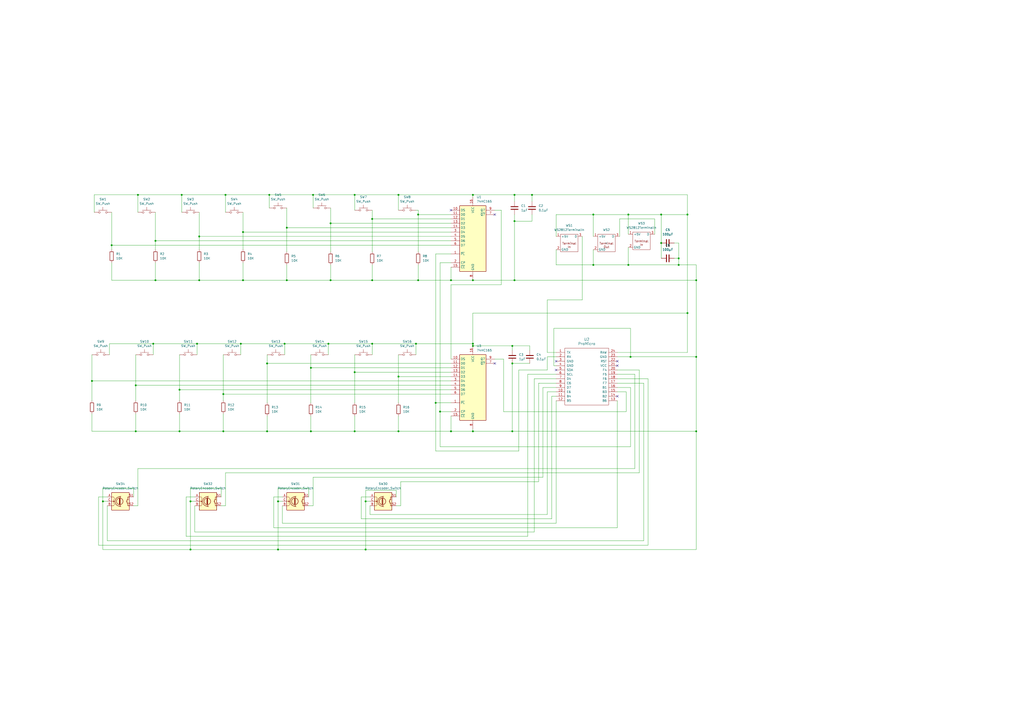
<source format=kicad_sch>
(kicad_sch (version 20230121) (generator eeschema)
  (paper "A2")
  (lib_symbols
    (symbol "74xx:74HC165"
      (property "Reference" "U" (at -7.62 19.05 0))
      (property "Value" "74HC165" (at -7.62 -21.59 0))
      (symbol "74HC165_1_0"
        (pin input line (at -12.7 -10.16 0) (length 5.08) (name "~{PL}") (number "1"))
        (pin input line (at -12.7 15.24 0) (length 5.08) (name "DS") (number "10"))
        (pin input line (at -12.7 12.7 0) (length 5.08) (name "D0") (number "11"))
        (pin input line (at -12.7 10.16 0) (length 5.08) (name "D1") (number "12"))
        (pin input line (at -12.7 7.62 0) (length 5.08) (name "D2") (number "13"))
        (pin input line (at -12.7 5.08 0) (length 5.08) (name "D3") (number "14"))
        (pin input line (at -12.7 -17.78 0) (length 5.08) (name "~{CE}") (number "15"))
        (pin power_in line (at 0 22.86 270) (length 5.08) (name "VCC") (number "16"))
        (pin input line (at -12.7 -15.24 0) (length 5.08) (name "CP") (number "2"))
        (pin input line (at -12.7 2.54 0) (length 5.08) (name "D4") (number "3"))
        (pin input line (at -12.7 0 0) (length 5.08) (name "D5") (number "4"))
        (pin input line (at -12.7 -2.54 0) (length 5.08) (name "D6") (number "5"))
        (pin input line (at -12.7 -5.08 0) (length 5.08) (name "D7") (number "6"))
        (pin output line (at 12.7 12.7 180) (length 5.08) (name "~{Q7}") (number "7"))
        (pin power_in line (at 0 -25.4 90) (length 5.08) (name "GND") (number "8"))
        (pin output line (at 12.7 15.24 180) (length 5.08) (name "Q7") (number "9"))
      )
      (symbol "74HC165_1_1"
        (rectangle (start -7.62 17.78) (end 7.62 -20.32) (stroke (width 0.254)) (fill (type background)))
      )
    )
    (symbol "Device:C" (pin_numbers hide) (pin_names (offset 0.254))
      (property "Reference" "C" (at 0.635 2.54 0))
      (property "Value" "C" (at 0.635 -2.54 0))
      (symbol "C_0_1"
        (polyline (pts (xy -2.032 -0.762) (xy 2.032 -0.762)) (stroke (width 0.508)))
        (polyline (pts (xy -2.032 0.762) (xy 2.032 0.762)) (stroke (width 0.508)))
      )
      (symbol "C_1_1"
        (pin passive line (at 0 3.81 270) (length 2.794) (name "~") (number "1"))
        (pin passive line (at 0 -3.81 90) (length 2.794) (name "~") (number "2"))
      )
    )
    (symbol "Device:R" (pin_numbers hide) (pin_names (offset 0))
      (property "Reference" "R" (at 2.032 0 90))
      (property "Value" "R" (at 0 0 90))
      (symbol "R_0_1"
        (rectangle (start -1.016 -2.54) (end 1.016 2.54) (stroke (width 0.254)))
      )
      (symbol "R_1_1"
        (pin passive line (at 0 3.81 270) (length 1.27) (name "~") (number "1"))
        (pin passive line (at 0 -3.81 90) (length 1.27) (name "~") (number "2"))
      )
    )
    (symbol "Device:RotaryEncoder_Switch" (pin_names (offset 0.254) hide)
      (property "Reference" "SW" (at 0 6.604 0))
      (property "Value" "RotaryEncoder_Switch" (at 0 -6.604 0))
      (symbol "RotaryEncoder_Switch_0_1"
        (rectangle (start -5.08 5.08) (end 5.08 -5.08) (stroke (width 0.254)) (fill (type background)))
        (circle (center -3.81 0) (radius 0.254) (fill (type outline)))
        (circle (center -0.381 0) (radius 1.905) (stroke (width 0.254)))
        (arc (start -0.381 2.667) (mid -3.0988 -0.0635) (end -0.381 -2.794) (stroke (width 0.254)))
        (polyline (pts (xy -0.635 -1.778) (xy -0.635 1.778)) (stroke (width 0.254)))
        (polyline (pts (xy -0.381 -1.778) (xy -0.381 1.778)) (stroke (width 0.254)))
        (polyline (pts (xy -0.127 1.778) (xy -0.127 -1.778)) (stroke (width 0.254)))
        (polyline (pts (xy 3.81 0) (xy 3.429 0)) (stroke (width 0.254)))
        (polyline (pts (xy 3.81 1.016) (xy 3.81 -1.016)) (stroke (width 0.254)))
        (polyline (pts (xy -5.08 -2.54) (xy -3.81 -2.54) (xy -3.81 -2.032)))
        (polyline (pts (xy -5.08 2.54) (xy -3.81 2.54) (xy -3.81 2.032)))
        (polyline (pts (xy 0.254 -3.048) (xy -0.508 -2.794) (xy 0.127 -2.413)) (stroke (width 0.254)))
        (polyline (pts (xy 0.254 2.921) (xy -0.508 2.667) (xy 0.127 2.286)) (stroke (width 0.254)))
        (polyline (pts (xy 5.08 -2.54) (xy 4.318 -2.54) (xy 4.318 -1.016)) (stroke (width 0.254)))
        (polyline (pts (xy 5.08 2.54) (xy 4.318 2.54) (xy 4.318 1.016)) (stroke (width 0.254)))
        (polyline (pts (xy -5.08 0) (xy -3.81 0) (xy -3.81 -1.016) (xy -3.302 -2.032)))
        (polyline (pts (xy -4.318 0) (xy -3.81 0) (xy -3.81 1.016) (xy -3.302 2.032)))
        (circle (center 4.318 -1.016) (radius 0.127) (stroke (width 0.254)))
        (circle (center 4.318 1.016) (radius 0.127) (stroke (width 0.254)))
      )
      (symbol "RotaryEncoder_Switch_1_1"
        (pin passive line (at -7.62 2.54 0) (length 2.54) (name "A") (number "A"))
        (pin passive line (at -7.62 -2.54 0) (length 2.54) (name "B") (number "B"))
        (pin passive line (at -7.62 0 0) (length 2.54) (name "C") (number "C"))
        (pin passive line (at 7.62 2.54 180) (length 2.54) (name "S1") (number "S1"))
        (pin passive line (at 7.62 -2.54 180) (length 2.54) (name "S2") (number "S2"))
      )
    )
    (symbol "Switch:SW_Push" (pin_numbers hide) (pin_names (offset 1.016) hide)
      (property "Reference" "SW" (at 1.27 2.54 0))
      (property "Value" "SW_Push" (at 0 -1.524 0))
      (symbol "SW_Push_0_1"
        (circle (center -2.032 0) (radius 0.508))
        (polyline (pts (xy 0 1.27) (xy 0 3.048)))
        (polyline (pts (xy 2.54 1.27) (xy -2.54 1.27)))
        (circle (center 2.032 0) (radius 0.508))
        (pin passive line (at -5.08 0 0) (length 2.54) (name "1") (number "1"))
        (pin passive line (at 5.08 0 180) (length 2.54) (name "2") (number "2"))
      )
    )
    (symbol "custom_pads:WS2812TerminalIn"
      (property "Reference" "WS2812" (at 0 1.27 0))
      (property "Value" "WS2812TerminalIn" (at 0 6.35 0))
      (symbol "WS2812TerminalIn_0_1"
        (rectangle (start -5.08 5.08) (end 5.08 -5.08))
        (rectangle (start -1.27 1.27) (end -1.27 1.27))
      )
      (symbol "WS2812TerminalIn_1_1"
        (text "Terminal\nIn" (at 0 -1.27 0) (effects (font (size 1.27 1.27))))
        (pin input line (at -7.62 3.81 0) (length 2.54) (name "+5V") (number "1"))
        (pin input line (at -7.62 -3.81 0) (length 2.54) (name "GND") (number "2"))
        (pin input line (at 7.62 3.81 180) (length 2.54) (name "D") (number "3"))
      )
    )
    (symbol "custom_pads:WS2812TerminalOut"
      (property "Reference" "WS2812" (at 0 1.27 0))
      (symbol "WS2812TerminalOut_0_1"
        (rectangle (start -5.08 5.08) (end 5.08 -5.08))
        (rectangle (start -1.27 1.27) (end -1.27 1.27))
      )
      (symbol "WS2812TerminalOut_1_1"
        (text "Terminal\nOut" (at 0 -1.27 0) (effects (font (size 1.27 1.27))))
        (pin input line (at -7.62 3.81 0) (length 2.54) (name "+5V") (number "1"))
        (pin input line (at -7.62 -3.81 0) (length 2.54) (name "GND") (number "2"))
        (pin output line (at 7.62 3.81 180) (length 2.54) (name "D") (number "3"))
      )
    )
    (symbol "promicro:ProMicro" (pin_names (offset 1.016))
      (property "Reference" "U" (at 0 24.13 0))
      (property "Value" "ProMicro" (at 0 -13.97 0))
      (symbol "ProMicro_0_1"
        (rectangle (start -12.7 21.59) (end 12.7 -11.43))
      )
      (symbol "ProMicro_1_1"
        (pin bidirectional line (at -17.78 19.05 0) (length 5.08) (name "TX") (number "1"))
        (pin bidirectional line (at -17.78 -3.81 0) (length 5.08) (name "E6") (number "10"))
        (pin bidirectional line (at -17.78 -6.35 0) (length 5.08) (name "B4") (number "11"))
        (pin bidirectional line (at -17.78 -8.89 0) (length 5.08) (name "B5") (number "12"))
        (pin bidirectional line (at 17.78 -8.89 180) (length 5.08) (name "B6") (number "13"))
        (pin bidirectional line (at 17.78 -6.35 180) (length 5.08) (name "B2") (number "14"))
        (pin bidirectional line (at 17.78 -3.81 180) (length 5.08) (name "B3") (number "15"))
        (pin bidirectional line (at 17.78 -1.27 180) (length 5.08) (name "B1") (number "16"))
        (pin bidirectional line (at 17.78 1.27 180) (length 5.08) (name "F7") (number "17"))
        (pin bidirectional line (at 17.78 3.81 180) (length 5.08) (name "F6") (number "18"))
        (pin bidirectional line (at 17.78 6.35 180) (length 5.08) (name "F5") (number "19"))
        (pin bidirectional line (at -17.78 16.51 0) (length 5.08) (name "RX") (number "2"))
        (pin bidirectional line (at 17.78 8.89 180) (length 5.08) (name "F4") (number "20"))
        (pin power_in line (at 17.78 11.43 180) (length 5.08) (name "VCC") (number "21"))
        (pin input line (at 17.78 13.97 180) (length 5.08) (name "RST") (number "22"))
        (pin power_in line (at 17.78 16.51 180) (length 5.08) (name "GND") (number "23"))
        (pin power_out line (at 17.78 19.05 180) (length 5.08) (name "RAW") (number "24"))
        (pin power_in line (at -17.78 13.97 0) (length 5.08) (name "GND") (number "3"))
        (pin power_in line (at -17.78 11.43 0) (length 5.08) (name "GND") (number "4"))
        (pin bidirectional line (at -17.78 8.89 0) (length 5.08) (name "SDA") (number "5"))
        (pin bidirectional line (at -17.78 6.35 0) (length 5.08) (name "SCL") (number "6"))
        (pin bidirectional line (at -17.78 3.81 0) (length 5.08) (name "D4") (number "7"))
        (pin bidirectional line (at -17.78 1.27 0) (length 5.08) (name "C6") (number "8"))
        (pin bidirectional line (at -17.78 -1.27 0) (length 5.08) (name "D7") (number "9"))
      )
    )
  )
  (junction (at 344.17 153.67))
  (junction (at 110.49 318.77))
  (junction (at 231.14 218.44))
  (junction (at 242.57 162.56))
  (junction (at 181.61 113.03))
  (junction (at 298.45 162.56))
  (junction (at 274.32 200.66))
  (junction (at 298.45 113.03))
  (junction (at 115.57 162.56))
  (junction (at 78.74 223.52))
  (junction (at 242.57 124.46))
  (junction (at 104.14 226.06))
  (junction (at 180.34 250.19))
  (junction (at 274.32 113.03))
  (junction (at 212.09 290.83))
  (junction (at 59.69 290.83))
  (junction (at 154.94 250.19))
  (junction (at 365.76 207.01))
  (junction (at 80.01 113.03))
  (junction (at 215.9 162.56))
  (junction (at 191.77 162.56))
  (junction (at 364.49 124.46))
  (junction (at 140.97 134.62))
  (junction (at 190.5 199.39))
  (junction (at 297.18 210.82))
  (junction (at 104.14 250.19))
  (junction (at 383.54 124.46))
  (junction (at 154.94 210.82))
  (junction (at 53.34 220.98))
  (junction (at 274.32 162.56))
  (junction (at 110.49 290.83))
  (junction (at 90.17 139.7))
  (junction (at 393.7 153.67))
  (junction (at 298.45 128.27))
  (junction (at 212.09 318.77))
  (junction (at 252.73 233.68))
  (junction (at 129.54 228.6))
  (junction (at 215.9 199.39))
  (junction (at 90.17 162.56))
  (junction (at 130.81 113.03))
  (junction (at 88.9 199.39))
  (junction (at 403.86 207.01))
  (junction (at 105.41 113.03))
  (junction (at 129.54 250.19))
  (junction (at 297.18 200.66))
  (junction (at 78.74 250.19))
  (junction (at 139.7 199.39))
  (junction (at 205.74 250.19))
  (junction (at 398.78 124.46))
  (junction (at 398.78 181.61))
  (junction (at 274.32 250.19))
  (junction (at 191.77 129.54))
  (junction (at 241.3 199.39))
  (junction (at 161.29 290.83))
  (junction (at 274.32 199.39))
  (junction (at 364.49 153.67))
  (junction (at 297.18 250.19))
  (junction (at 255.27 238.76))
  (junction (at 161.29 318.77))
  (junction (at 383.54 140.97))
  (junction (at 140.97 162.56))
  (junction (at 156.21 113.03))
  (junction (at 393.7 149.86))
  (junction (at 231.14 250.19))
  (junction (at 180.34 213.36))
  (junction (at 403.86 162.56))
  (junction (at 166.37 162.56))
  (junction (at 166.37 132.08))
  (junction (at 115.57 137.16))
  (junction (at 165.1 199.39))
  (junction (at 114.3 199.39))
  (junction (at 261.62 162.56))
  (junction (at 215.9 127))
  (junction (at 231.14 113.03))
  (junction (at 344.17 124.46))
  (junction (at 308.61 113.03))
  (junction (at 261.62 250.19))
  (junction (at 64.77 142.24))
  (junction (at 205.74 113.03))
  (junction (at 205.74 215.9))
  (junction (at 403.86 250.19))
  (no_connect (at 287.02 124.46))
  (no_connect (at 358.14 212.09))
  (no_connect (at 322.58 214.63))
  (no_connect (at 358.14 209.55))
  (no_connect (at 358.14 229.87))
  (no_connect (at 322.58 209.55))
  (no_connect (at 261.62 121.92))
  (no_connect (at 287.02 210.82))
  (wire (pts (xy 364.49 124.46) (xy 344.17 124.46)))
  (wire (pts (xy 337.82 137.16) (xy 337.82 173.99)))
  (wire (pts (xy 113.03 288.29) (xy 107.95 288.29)))
  (wire (pts (xy 317.5 173.99) (xy 317.5 204.47)))
  (wire (pts (xy 261.62 162.56) (xy 274.32 162.56)))
  (wire (pts (xy 62.23 288.29) (xy 57.15 288.29)))
  (wire (pts (xy 307.34 203.2) (xy 307.34 200.66)))
  (wire (pts (xy 308.61 113.03) (xy 398.78 113.03)))
  (wire (pts (xy 373.38 313.69) (xy 62.23 313.69)))
  (wire (pts (xy 166.37 162.56) (xy 191.77 162.56)))
  (wire (pts (xy 161.29 283.21) (xy 161.29 290.83)))
  (wire (pts (xy 205.74 205.74) (xy 205.74 215.9)))
  (wire (pts (xy 320.04 229.87) (xy 320.04 300.99)))
  (wire (pts (xy 115.57 152.4) (xy 115.57 162.56)))
  (wire (pts (xy 321.31 190.5) (xy 365.76 190.5)))
  (wire (pts (xy 358.14 219.71) (xy 375.92 219.71)))
  (wire (pts (xy 214.63 290.83) (xy 212.09 290.83)))
  (wire (pts (xy 161.29 318.77) (xy 212.09 318.77)))
  (wire (pts (xy 129.54 250.19) (xy 154.94 250.19)))
  (wire (pts (xy 241.3 205.74) (xy 241.3 199.39)))
  (wire (pts (xy 77.47 293.37) (xy 80.01 293.37)))
  (wire (pts (xy 88.9 205.74) (xy 88.9 199.39)))
  (wire (pts (xy 77.47 288.29) (xy 77.47 283.21)))
  (wire (pts (xy 403.86 162.56) (xy 403.86 153.67)))
  (wire (pts (xy 191.77 153.67) (xy 191.77 162.56)))
  (wire (pts (xy 140.97 162.56) (xy 166.37 162.56)))
  (wire (pts (xy 191.77 120.65) (xy 191.77 129.54)))
  (wire (pts (xy 364.49 153.67) (xy 393.7 153.67)))
  (wire (pts (xy 64.77 162.56) (xy 64.77 152.4)))
  (wire (pts (xy 359.41 127) (xy 359.41 137.16)))
  (wire (pts (xy 364.49 143.51) (xy 364.49 153.67)))
  (wire (pts (xy 393.7 140.97) (xy 393.7 149.86)))
  (wire (pts (xy 365.76 259.08) (xy 255.27 259.08)))
  (wire (pts (xy 314.96 276.86) (xy 314.96 224.79)))
  (wire (pts (xy 104.14 250.19) (xy 129.54 250.19)))
  (wire (pts (xy 205.74 113.03) (xy 231.14 113.03)))
  (wire (pts (xy 59.69 283.21) (xy 59.69 290.83)))
  (wire (pts (xy 231.14 205.74) (xy 231.14 218.44)))
  (wire (pts (xy 90.17 123.19) (xy 90.17 139.7)))
  (wire (pts (xy 78.74 223.52) (xy 261.62 223.52)))
  (wire (pts (xy 322.58 229.87) (xy 320.04 229.87)))
  (wire (pts (xy 154.94 210.82) (xy 154.94 233.68)))
  (wire (pts (xy 181.61 276.86) (xy 314.96 276.86)))
  (wire (pts (xy 261.62 147.32) (xy 252.73 147.32)))
  (wire (pts (xy 317.5 207.01) (xy 317.5 214.63)))
  (wire (pts (xy 129.54 228.6) (xy 261.62 228.6)))
  (wire (pts (xy 368.3 217.17) (xy 368.3 271.78)))
  (wire (pts (xy 317.5 227.33) (xy 317.5 298.45)))
  (wire (pts (xy 80.01 293.37) (xy 80.01 271.78)))
  (wire (pts (xy 139.7 205.74) (xy 139.7 199.39)))
  (wire (pts (xy 358.14 224.79) (xy 365.76 224.79)))
  (wire (pts (xy 242.57 124.46) (xy 242.57 146.05)))
  (wire (pts (xy 274.32 181.61) (xy 398.78 181.61)))
  (wire (pts (xy 212.09 290.83) (xy 212.09 318.77)))
  (wire (pts (xy 274.32 200.66) (xy 297.18 200.66)))
  (wire (pts (xy 59.69 318.77) (xy 59.69 290.83)))
  (wire (pts (xy 180.34 205.74) (xy 180.34 213.36)))
  (wire (pts (xy 113.03 308.61) (xy 113.03 293.37)))
  (wire (pts (xy 383.54 140.97) (xy 383.54 124.46)))
  (wire (pts (xy 344.17 124.46) (xy 322.58 124.46)))
  (wire (pts (xy 322.58 232.41) (xy 322.58 303.53)))
  (wire (pts (xy 398.78 124.46) (xy 398.78 181.61)))
  (wire (pts (xy 161.29 318.77) (xy 161.29 290.83)))
  (wire (pts (xy 363.22 227.33) (xy 363.22 238.76)))
  (wire (pts (xy 139.7 199.39) (xy 165.1 199.39)))
  (wire (pts (xy 229.87 284.48) (xy 212.09 284.48)))
  (wire (pts (xy 321.31 212.09) (xy 322.58 212.09)))
  (wire (pts (xy 322.58 124.46) (xy 322.58 137.16)))
  (wire (pts (xy 241.3 199.39) (xy 274.32 199.39)))
  (wire (pts (xy 403.86 207.01) (xy 403.86 250.19)))
  (wire (pts (xy 242.57 162.56) (xy 261.62 162.56)))
  (wire (pts (xy 78.74 223.52) (xy 78.74 232.41)))
  (wire (pts (xy 300.99 261.62) (xy 252.73 261.62)))
  (wire (pts (xy 358.14 207.01) (xy 365.76 207.01)))
  (wire (pts (xy 166.37 120.65) (xy 166.37 132.08)))
  (wire (pts (xy 90.17 152.4) (xy 90.17 162.56)))
  (wire (pts (xy 364.49 124.46) (xy 383.54 124.46)))
  (wire (pts (xy 242.57 153.67) (xy 242.57 162.56)))
  (wire (pts (xy 290.83 165.1) (xy 261.62 165.1)))
  (wire (pts (xy 252.73 147.32) (xy 252.73 233.68)))
  (wire (pts (xy 261.62 142.24) (xy 64.77 142.24)))
  (wire (pts (xy 90.17 162.56) (xy 115.57 162.56)))
  (wire (pts (xy 181.61 113.03) (xy 205.74 113.03)))
  (wire (pts (xy 54.61 113.03) (xy 54.61 123.19)))
  (wire (pts (xy 205.74 241.3) (xy 205.74 250.19)))
  (wire (pts (xy 317.5 204.47) (xy 322.58 204.47)))
  (wire (pts (xy 64.77 142.24) (xy 64.77 144.78)))
  (wire (pts (xy 308.61 113.03) (xy 298.45 113.03)))
  (wire (pts (xy 88.9 199.39) (xy 114.3 199.39)))
  (wire (pts (xy 110.49 290.83) (xy 113.03 290.83)))
  (wire (pts (xy 129.54 205.74) (xy 129.54 228.6)))
  (wire (pts (xy 363.22 238.76) (xy 292.1 238.76)))
  (wire (pts (xy 300.99 214.63) (xy 300.99 261.62)))
  (wire (pts (xy 370.84 214.63) (xy 370.84 274.32)))
  (wire (pts (xy 255.27 152.4) (xy 255.27 238.76)))
  (wire (pts (xy 190.5 205.74) (xy 190.5 199.39)))
  (wire (pts (xy 140.97 134.62) (xy 261.62 134.62)))
  (wire (pts (xy 365.76 207.01) (xy 403.86 207.01)))
  (wire (pts (xy 274.32 250.19) (xy 297.18 250.19)))
  (wire (pts (xy 358.14 214.63) (xy 370.84 214.63)))
  (wire (pts (xy 364.49 135.89) (xy 364.49 124.46)))
  (wire (pts (xy 261.62 154.94) (xy 261.62 162.56)))
  (wire (pts (xy 53.34 250.19) (xy 53.34 240.03)))
  (wire (pts (xy 312.42 279.4) (xy 312.42 222.25)))
  (wire (pts (xy 358.14 222.25) (xy 373.38 222.25)))
  (wire (pts (xy 191.77 162.56) (xy 215.9 162.56)))
  (wire (pts (xy 403.86 162.56) (xy 403.86 207.01)))
  (wire (pts (xy 365.76 224.79) (xy 365.76 259.08)))
  (wire (pts (xy 252.73 261.62) (xy 252.73 233.68)))
  (wire (pts (xy 209.55 300.99) (xy 320.04 300.99)))
  (wire (pts (xy 205.74 113.03) (xy 205.74 121.92)))
  (wire (pts (xy 140.97 134.62) (xy 140.97 144.78)))
  (wire (pts (xy 358.14 232.41) (xy 358.14 306.07)))
  (wire (pts (xy 205.74 215.9) (xy 205.74 233.68)))
  (wire (pts (xy 322.58 153.67) (xy 322.58 144.78)))
  (wire (pts (xy 191.77 129.54) (xy 191.77 146.05)))
  (wire (pts (xy 231.14 241.3) (xy 231.14 250.19)))
  (wire (pts (xy 261.62 215.9) (xy 205.74 215.9)))
  (wire (pts (xy 105.41 113.03) (xy 130.81 113.03)))
  (wire (pts (xy 165.1 205.74) (xy 165.1 199.39)))
  (wire (pts (xy 130.81 293.37) (xy 128.27 293.37)))
  (wire (pts (xy 57.15 316.23) (xy 375.92 316.23)))
  (wire (pts (xy 373.38 222.25) (xy 373.38 313.69)))
  (wire (pts (xy 306.07 217.17) (xy 306.07 311.15)))
  (wire (pts (xy 306.07 217.17) (xy 322.58 217.17)))
  (wire (pts (xy 128.27 288.29) (xy 128.27 283.21)))
  (wire (pts (xy 64.77 162.56) (xy 90.17 162.56)))
  (wire (pts (xy 64.77 123.19) (xy 64.77 142.24)))
  (wire (pts (xy 322.58 227.33) (xy 317.5 227.33)))
  (wire (pts (xy 317.5 207.01) (xy 322.58 207.01)))
  (wire (pts (xy 130.81 113.03) (xy 156.21 113.03)))
  (wire (pts (xy 274.32 199.39) (xy 274.32 200.66)))
  (wire (pts (xy 365.76 190.5) (xy 365.76 207.01)))
  (wire (pts (xy 308.61 116.84) (xy 308.61 113.03)))
  (wire (pts (xy 129.54 240.03) (xy 129.54 250.19)))
  (wire (pts (xy 214.63 298.45) (xy 317.5 298.45)))
  (wire (pts (xy 181.61 113.03) (xy 181.61 120.65)))
  (wire (pts (xy 309.88 219.71) (xy 309.88 308.61)))
  (wire (pts (xy 129.54 228.6) (xy 129.54 232.41)))
  (wire (pts (xy 358.14 227.33) (xy 363.22 227.33)))
  (wire (pts (xy 344.17 144.78) (xy 344.17 153.67)))
  (wire (pts (xy 156.21 113.03) (xy 181.61 113.03)))
  (wire (pts (xy 156.21 113.03) (xy 156.21 120.65)))
  (wire (pts (xy 114.3 199.39) (xy 139.7 199.39)))
  (wire (pts (xy 298.45 128.27) (xy 298.45 162.56)))
  (wire (pts (xy 383.54 124.46) (xy 398.78 124.46)))
  (wire (pts (xy 322.58 153.67) (xy 344.17 153.67)))
  (wire (pts (xy 215.9 162.56) (xy 242.57 162.56)))
  (wire (pts (xy 158.75 306.07) (xy 358.14 306.07)))
  (wire (pts (xy 393.7 153.67) (xy 403.86 153.67)))
  (wire (pts (xy 63.5 199.39) (xy 88.9 199.39)))
  (wire (pts (xy 104.14 226.06) (xy 104.14 232.41)))
  (wire (pts (xy 163.83 303.53) (xy 322.58 303.53)))
  (wire (pts (xy 403.86 250.19) (xy 403.86 318.77)))
  (wire (pts (xy 368.3 217.17) (xy 358.14 217.17)))
  (wire (pts (xy 212.09 284.48) (xy 212.09 290.83)))
  (wire (pts (xy 391.16 140.97) (xy 393.7 140.97)))
  (wire (pts (xy 307.34 200.66) (xy 297.18 200.66)))
  (wire (pts (xy 53.34 220.98) (xy 53.34 232.41)))
  (wire (pts (xy 215.9 127) (xy 215.9 146.05)))
  (wire (pts (xy 140.97 152.4) (xy 140.97 162.56)))
  (wire (pts (xy 274.32 113.03) (xy 274.32 114.3)))
  (wire (pts (xy 255.27 238.76) (xy 261.62 238.76)))
  (wire (pts (xy 110.49 290.83) (xy 110.49 318.77)))
  (wire (pts (xy 158.75 288.29) (xy 163.83 288.29)))
  (wire (pts (xy 398.78 113.03) (xy 398.78 124.46)))
  (wire (pts (xy 391.16 149.86) (xy 393.7 149.86)))
  (wire (pts (xy 104.14 205.74) (xy 104.14 226.06)))
  (wire (pts (xy 180.34 250.19) (xy 205.74 250.19)))
  (wire (pts (xy 231.14 218.44) (xy 231.14 233.68)))
  (wire (pts (xy 215.9 127) (xy 261.62 127)))
  (wire (pts (xy 379.73 135.89) (xy 379.73 127)))
  (wire (pts (xy 53.34 220.98) (xy 261.62 220.98)))
  (wire (pts (xy 274.32 113.03) (xy 298.45 113.03)))
  (wire (pts (xy 115.57 123.19) (xy 115.57 137.16)))
  (wire (pts (xy 297.18 250.19) (xy 403.86 250.19)))
  (wire (pts (xy 179.07 283.21) (xy 161.29 283.21)))
  (wire (pts (xy 80.01 123.19) (xy 80.01 113.03)))
  (wire (pts (xy 180.34 213.36) (xy 180.34 233.68)))
  (wire (pts (xy 241.3 121.92) (xy 242.57 121.92)))
  (wire (pts (xy 166.37 132.08) (xy 261.62 132.08)))
  (wire (pts (xy 232.41 293.37) (xy 232.41 279.4)))
  (wire (pts (xy 62.23 313.69) (xy 62.23 293.37)))
  (wire (pts (xy 154.94 210.82) (xy 261.62 210.82)))
  (wire (pts (xy 165.1 199.39) (xy 190.5 199.39)))
  (wire (pts (xy 209.55 288.29) (xy 209.55 300.99)))
  (wire (pts (xy 78.74 205.74) (xy 78.74 223.52)))
  (wire (pts (xy 59.69 290.83) (xy 62.23 290.83)))
  (wire (pts (xy 114.3 205.74) (xy 114.3 199.39)))
  (wire (pts (xy 154.94 205.74) (xy 154.94 210.82)))
  (wire (pts (xy 53.34 205.74) (xy 53.34 220.98)))
  (wire (pts (xy 80.01 113.03) (xy 105.41 113.03)))
  (wire (pts (xy 214.63 288.29) (xy 209.55 288.29)))
  (wire (pts (xy 110.49 318.77) (xy 161.29 318.77)))
  (wire (pts (xy 231.14 218.44) (xy 261.62 218.44)))
  (wire (pts (xy 190.5 199.39) (xy 215.9 199.39)))
  (wire (pts (xy 274.32 250.19) (xy 274.32 248.92)))
  (wire (pts (xy 321.31 190.5) (xy 321.31 212.09)))
  (wire (pts (xy 215.9 205.74) (xy 215.9 199.39)))
  (wire (pts (xy 231.14 113.03) (xy 274.32 113.03)))
  (wire (pts (xy 344.17 124.46) (xy 344.17 137.16)))
  (wire (pts (xy 181.61 293.37) (xy 179.07 293.37)))
  (wire (pts (xy 375.92 316.23) (xy 375.92 219.71)))
  (wire (pts (xy 179.07 288.29) (xy 179.07 283.21)))
  (wire (pts (xy 104.14 240.03) (xy 104.14 250.19)))
  (wire (pts (xy 57.15 288.29) (xy 57.15 316.23)))
  (wire (pts (xy 261.62 250.19) (xy 274.32 250.19)))
  (wire (pts (xy 292.1 238.76) (xy 292.1 208.28)))
  (wire (pts (xy 181.61 276.86) (xy 181.61 293.37)))
  (wire (pts (xy 166.37 153.67) (xy 166.37 162.56)))
  (wire (pts (xy 215.9 199.39) (xy 241.3 199.39)))
  (wire (pts (xy 298.45 113.03) (xy 298.45 116.84)))
  (wire (pts (xy 214.63 298.45) (xy 214.63 293.37)))
  (wire (pts (xy 205.74 250.19) (xy 231.14 250.19)))
  (wire (pts (xy 242.57 121.92) (xy 242.57 124.46)))
  (wire (pts (xy 298.45 162.56) (xy 403.86 162.56)))
  (wire (pts (xy 180.34 213.36) (xy 261.62 213.36)))
  (wire (pts (xy 163.83 293.37) (xy 163.83 303.53)))
  (wire (pts (xy 383.54 140.97) (xy 383.54 149.86)))
  (wire (pts (xy 307.34 210.82) (xy 297.18 210.82)))
  (wire (pts (xy 215.9 153.67) (xy 215.9 162.56)))
  (wire (pts (xy 232.41 279.4) (xy 312.42 279.4)))
  (wire (pts (xy 368.3 271.78) (xy 80.01 271.78)))
  (wire (pts (xy 229.87 288.29) (xy 229.87 284.48)))
  (wire (pts (xy 115.57 137.16) (xy 261.62 137.16)))
  (wire (pts (xy 110.49 283.21) (xy 110.49 290.83)))
  (wire (pts (xy 231.14 113.03) (xy 231.14 121.92)))
  (wire (pts (xy 308.61 128.27) (xy 298.45 128.27)))
  (wire (pts (xy 130.81 123.19) (xy 130.81 113.03)))
  (wire (pts (xy 255.27 259.08) (xy 255.27 238.76)))
  (wire (pts (xy 130.81 274.32) (xy 370.84 274.32)))
  (wire (pts (xy 59.69 318.77) (xy 110.49 318.77)))
  (wire (pts (xy 113.03 308.61) (xy 309.88 308.61)))
  (wire (pts (xy 274.32 199.39) (xy 274.32 181.61)))
  (wire (pts (xy 322.58 219.71) (xy 309.88 219.71)))
  (wire (pts (xy 344.17 153.67) (xy 364.49 153.67)))
  (wire (pts (xy 274.32 162.56) (xy 298.45 162.56)))
  (wire (pts (xy 105.41 113.03) (xy 105.41 123.19)))
  (wire (pts (xy 78.74 250.19) (xy 53.34 250.19)))
  (wire (pts (xy 231.14 250.19) (xy 261.62 250.19)))
  (wire (pts (xy 158.75 306.07) (xy 158.75 288.29)))
  (wire (pts (xy 212.09 318.77) (xy 403.86 318.77)))
  (wire (pts (xy 166.37 132.08) (xy 166.37 146.05)))
  (wire (pts (xy 77.47 283.21) (xy 59.69 283.21)))
  (wire (pts (xy 308.61 124.46) (xy 308.61 128.27)))
  (wire (pts (xy 161.29 290.83) (xy 163.83 290.83)))
  (wire (pts (xy 63.5 199.39) (xy 63.5 205.74)))
  (wire (pts (xy 317.5 214.63) (xy 300.99 214.63)))
  (wire (pts (xy 261.62 241.3) (xy 261.62 250.19)))
  (wire (pts (xy 393.7 153.67) (xy 393.7 149.86)))
  (wire (pts (xy 107.95 311.15) (xy 306.07 311.15)))
  (wire (pts (xy 261.62 152.4) (xy 255.27 152.4)))
  (wire (pts (xy 90.17 139.7) (xy 90.17 144.78)))
  (wire (pts (xy 54.61 113.03) (xy 80.01 113.03)))
  (wire (pts (xy 287.02 121.92) (xy 290.83 121.92)))
  (wire (pts (xy 337.82 173.99) (xy 317.5 173.99)))
  (wire (pts (xy 358.14 204.47) (xy 398.78 204.47)))
  (wire (pts (xy 229.87 293.37) (xy 232.41 293.37)))
  (wire (pts (xy 298.45 128.27) (xy 298.45 124.46)))
  (wire (pts (xy 261.62 139.7) (xy 90.17 139.7)))
  (wire (pts (xy 297.18 200.66) (xy 297.18 203.2)))
  (wire (pts (xy 107.95 288.29) (xy 107.95 311.15)))
  (wire (pts (xy 322.58 222.25) (xy 312.42 222.25)))
  (wire (pts (xy 252.73 233.68) (xy 261.62 233.68)))
  (wire (pts (xy 154.94 250.19) (xy 180.34 250.19)))
  (wire (pts (xy 78.74 240.03) (xy 78.74 250.19)))
  (wire (pts (xy 242.57 124.46) (xy 261.62 124.46)))
  (wire (pts (xy 104.14 226.06) (xy 261.62 226.06)))
  (wire (pts (xy 287.02 208.28) (xy 292.1 208.28)))
  (wire (pts (xy 261.62 165.1) (xy 261.62 208.28)))
  (wire (pts (xy 140.97 123.19) (xy 140.97 134.62)))
  (wire (pts (xy 180.34 241.3) (xy 180.34 250.19)))
  (wire (pts (xy 191.77 129.54) (xy 261.62 129.54)))
  (wire (pts (xy 128.27 283.21) (xy 110.49 283.21)))
  (wire (pts (xy 290.83 121.92) (xy 290.83 165.1)))
  (wire (pts (xy 115.57 144.78) (xy 115.57 137.16)))
  (wire (pts (xy 115.57 162.56) (xy 140.97 162.56)))
  (wire (pts (xy 130.81 274.32) (xy 130.81 293.37)))
  (wire (pts (xy 314.96 224.79) (xy 322.58 224.79)))
  (wire (pts (xy 398.78 181.61) (xy 398.78 204.47)))
  (wire (pts (xy 297.18 210.82) (xy 297.18 250.19)))
  (wire (pts (xy 78.74 250.19) (xy 104.14 250.19)))
  (wire (pts (xy 215.9 121.92) (xy 215.9 127)))
  (wire (pts (xy 154.94 241.3) (xy 154.94 250.19)))
  (wire (pts (xy 379.73 127) (xy 359.41 127)))
  (symbol (lib_id "74xx:74HC165") (at 274.32 223.52 0) (unit 1)
    (property "Reference" "U3" (at 276.5141 200.66 0) (effects (justify left)))
    (property "Value" "74HC165" (at 276.5141 203.2 0) (effects (justify left)))
    (property "Footprint" "Package_DIP:DIP-16_W7.62mm" (effects hide))
    (property "Datasheet" "https://assets.nexperia.com/documents/data-sheet/74HC_HCT165.pdf" (effects hide))
  )
  (symbol (lib_id "Device:C") (at 387.35 149.86 90) (unit 1)
    (property "Reference" "C6" (at 387.35 142.24 90))
    (property "Value" "100µF" (at 387.35 144.78 90))
    (property "Footprint" "Capacitor_THT:CP_Radial_D10.0mm_P5.00mm" (effects hide))
  )
  (symbol (lib_id "Switch:SW_Push") (at 85.09 123.19 0) (unit 1)
    (property "Reference" "SW2" (at 85.09 115.57 0))
    (property "Value" "SW_Push" (at 85.09 118.11 0))
    (property "Footprint" "custom_pads:SW_Cherry_MX_1.00u_PCB_center_hole" (effects hide))
  )
  (symbol (lib_id "Device:R") (at 78.74 236.22 0) (unit 1)
    (property "Reference" "R10" (at 81.28 234.95 0) (effects (justify left)))
    (property "Value" "10K" (at 81.28 237.49 0) (effects (justify left)))
    (property "Footprint" "Resistor_THT:R_Axial_DIN0309_L9.0mm_D3.2mm_P12.70mm_Horizontal" (effects hide))
  )
  (symbol (lib_id "Switch:SW_Push") (at 59.69 123.19 0) (unit 1)
    (property "Reference" "SW1" (at 59.69 115.57 0))
    (property "Value" "SW_Push" (at 59.69 118.11 0))
    (property "Footprint" "custom_pads:SW_Cherry_MX_1.00u_PCB_center_hole" (effects hide))
  )
  (symbol (lib_id "Device:R") (at 104.14 236.22 0) (unit 1)
    (property "Reference" "R11" (at 106.68 234.95 0) (effects (justify left)))
    (property "Value" "10K" (at 106.68 237.49 0) (effects (justify left)))
    (property "Footprint" "Resistor_THT:R_Axial_DIN0309_L9.0mm_D3.2mm_P12.70mm_Horizontal" (effects hide))
  )
  (symbol (lib_id "Device:C") (at 308.61 120.65 0) (unit 1)
    (property "Reference" "C2" (at 312.42 119.38 0) (effects (justify left)))
    (property "Value" "0.1µF" (at 312.42 121.92 0) (effects (justify left)))
    (property "Footprint" "Capacitor_THT:C_Disc_D5.1mm_W3.2mm_P5.00mm" (effects hide))
  )
  (symbol (lib_id "promicro:ProMicro") (at 340.36 223.52 0) (unit 1)
    (property "Reference" "U2" (at 340.36 196.85 0) (effects (font (size 1.524 1.524))))
    (property "Value" "ProMicro" (at 340.36 199.39 0) (effects (font (size 1.524 1.524))))
    (property "Footprint" "ProMicroKiCad-master:ProMicro" (effects hide))
  )
  (symbol (lib_id "Device:R") (at 154.94 237.49 0) (unit 1)
    (property "Reference" "R13" (at 157.48 236.22 0) (effects (justify left)))
    (property "Value" "10K" (at 157.48 238.76 0) (effects (justify left)))
    (property "Footprint" "Resistor_THT:R_Axial_DIN0309_L9.0mm_D3.2mm_P12.70mm_Horizontal" (effects hide))
  )
  (symbol (lib_id "custom_pads:WS2812TerminalIn") (at 330.2 140.97 0) (unit 1)
    (property "Reference" "WS1" (at 330.2 130.81 0))
    (property "Value" "WS2812TerminalIn" (at 330.2 133.35 0))
    (property "Footprint" "custom_pads:3 Pin THT" (effects hide))
  )
  (symbol (lib_id "Switch:SW_Push") (at 58.42 205.74 0) (unit 1)
    (property "Reference" "SW9" (at 58.42 198.12 0))
    (property "Value" "SW_Push" (at 58.42 200.66 0))
    (property "Footprint" "custom_pads:SW_Cherry_MX_1.00u_PCB_center_hole" (effects hide))
  )
  (symbol (lib_id "Switch:SW_Push") (at 236.22 121.92 0) (unit 1)
    (property "Reference" "SW8" (at 236.22 114.3 0))
    (property "Value" "SW_Push" (at 236.22 116.84 0))
    (property "Footprint" "custom_pads:SW_Cherry_MX_1.00u_PCB_center_hole" (effects hide))
  )
  (symbol (lib_id "Device:C") (at 387.35 140.97 90) (unit 1)
    (property "Reference" "C5" (at 387.35 133.35 90))
    (property "Value" "100µF" (at 387.35 135.89 90))
    (property "Footprint" "Capacitor_THT:CP_Radial_D10.0mm_P5.00mm" (effects hide))
  )
  (symbol (lib_id "Switch:SW_Push") (at 160.02 205.74 0) (unit 1)
    (property "Reference" "SW13" (at 160.02 198.12 0))
    (property "Value" "SW_Push" (at 160.02 200.66 0))
    (property "Footprint" "custom_pads:SW_Cherry_MX_1.00u_PCB_center_hole" (effects hide))
  )
  (symbol (lib_id "Device:RotaryEncoder_Switch") (at 69.85 290.83 0) (unit 1)
    (property "Reference" "SW34" (at 69.85 280.67 0))
    (property "Value" "RotaryEncoder_Switch" (at 69.85 283.21 0))
    (property "Footprint" "Rotary_Encoder:RotaryEncoder_Alps_EC12E-Switch_Vertical_H20mm_CircularMountingHoles" (effects hide))
  )
  (symbol (lib_id "Switch:SW_Push") (at 236.22 205.74 0) (unit 1)
    (property "Reference" "SW16" (at 236.22 198.12 0))
    (property "Value" "SW_Push" (at 236.22 200.66 0))
    (property "Footprint" "custom_pads:SW_Cherry_MX_1.00u_PCB_center_hole" (effects hide))
  )
  (symbol (lib_id "Device:R") (at 115.57 148.59 0) (unit 1)
    (property "Reference" "R3" (at 118.11 147.32 0) (effects (justify left)))
    (property "Value" "10K" (at 118.11 149.86 0) (effects (justify left)))
    (property "Footprint" "Resistor_THT:R_Axial_DIN0309_L9.0mm_D3.2mm_P12.70mm_Horizontal" (effects hide))
  )
  (symbol (lib_id "Device:C") (at 298.45 120.65 0) (unit 1)
    (property "Reference" "C1" (at 302.26 119.38 0) (effects (justify left)))
    (property "Value" "1µF" (at 302.26 121.92 0) (effects (justify left)))
    (property "Footprint" "Capacitor_THT:C_Disc_D5.1mm_W3.2mm_P5.00mm" (effects hide))
  )
  (symbol (lib_id "Device:C") (at 307.34 207.01 0) (unit 1)
    (property "Reference" "C4" (at 311.15 205.74 0) (effects (justify left)))
    (property "Value" "0.1µF" (at 311.15 208.28 0) (effects (justify left)))
    (property "Footprint" "Capacitor_THT:C_Disc_D5.1mm_W3.2mm_P5.00mm" (effects hide))
  )
  (symbol (lib_id "Switch:SW_Push") (at 186.69 120.65 0) (unit 1)
    (property "Reference" "SW6" (at 186.69 113.03 0))
    (property "Value" "SW_Push" (at 186.69 115.57 0))
    (property "Footprint" "custom_pads:SW_Cherry_MX_1.00u_PCB_center_hole" (effects hide))
  )
  (symbol (lib_id "Switch:SW_Push") (at 185.42 205.74 0) (unit 1)
    (property "Reference" "SW14" (at 185.42 198.12 0))
    (property "Value" "SW_Push" (at 185.42 200.66 0))
    (property "Footprint" "custom_pads:SW_Cherry_MX_1.00u_PCB_center_hole" (effects hide))
  )
  (symbol (lib_id "Device:RotaryEncoder_Switch") (at 171.45 290.83 0) (unit 1)
    (property "Reference" "SW31" (at 171.45 280.67 0))
    (property "Value" "RotaryEncoder_Switch" (at 171.45 283.21 0))
    (property "Footprint" "Rotary_Encoder:RotaryEncoder_Alps_EC12E-Switch_Vertical_H20mm_CircularMountingHoles" (effects hide))
  )
  (symbol (lib_id "Device:R") (at 64.77 148.59 0) (unit 1)
    (property "Reference" "R1" (at 67.31 147.32 0) (effects (justify left)))
    (property "Value" "10K" (at 67.31 149.86 0) (effects (justify left)))
    (property "Footprint" "Resistor_THT:R_Axial_DIN0309_L9.0mm_D3.2mm_P12.70mm_Horizontal" (effects hide))
  )
  (symbol (lib_id "74xx:74HC165") (at 274.32 137.16 0) (unit 1)
    (property "Reference" "U1" (at 276.5141 114.3 0) (effects (justify left)))
    (property "Value" "74HC165" (at 276.5141 116.84 0) (effects (justify left)))
    (property "Footprint" "Package_DIP:DIP-16_W7.62mm" (effects hide))
    (property "Datasheet" "https://assets.nexperia.com/documents/data-sheet/74HC_HCT165.pdf" (effects hide))
  )
  (symbol (lib_id "Device:R") (at 166.37 149.86 0) (unit 1)
    (property "Reference" "R5" (at 168.91 148.59 0) (effects (justify left)))
    (property "Value" "10K" (at 168.91 151.13 0) (effects (justify left)))
    (property "Footprint" "Resistor_THT:R_Axial_DIN0309_L9.0mm_D3.2mm_P12.70mm_Horizontal" (effects hide))
  )
  (symbol (lib_id "Switch:SW_Push") (at 134.62 205.74 0) (unit 1)
    (property "Reference" "SW12" (at 134.62 198.12 0))
    (property "Value" "SW_Push" (at 134.62 200.66 0))
    (property "Footprint" "custom_pads:SW_Cherry_MX_1.00u_PCB_center_hole" (effects hide))
  )
  (symbol (lib_id "Switch:SW_Push") (at 210.82 121.92 0) (unit 1)
    (property "Reference" "SW7" (at 210.82 114.3 0))
    (property "Value" "SW_Push" (at 210.82 116.84 0))
    (property "Footprint" "custom_pads:SW_Cherry_MX_1.00u_PCB_center_hole" (effects hide))
  )
  (symbol (lib_id "Device:R") (at 180.34 237.49 0) (unit 1)
    (property "Reference" "R14" (at 182.88 236.22 0) (effects (justify left)))
    (property "Value" "10K" (at 182.88 238.76 0) (effects (justify left)))
    (property "Footprint" "Resistor_THT:R_Axial_DIN0309_L9.0mm_D3.2mm_P12.70mm_Horizontal" (effects hide))
  )
  (symbol (lib_id "Switch:SW_Push") (at 210.82 205.74 0) (unit 1)
    (property "Reference" "SW15" (at 210.82 198.12 0))
    (property "Value" "SW_Push" (at 210.82 200.66 0))
    (property "Footprint" "custom_pads:SW_Cherry_MX_1.00u_PCB_center_hole" (effects hide))
  )
  (symbol (lib_id "Device:R") (at 191.77 149.86 0) (unit 1)
    (property "Reference" "R6" (at 194.31 148.59 0) (effects (justify left)))
    (property "Value" "10K" (at 194.31 151.13 0) (effects (justify left)))
    (property "Footprint" "Resistor_THT:R_Axial_DIN0309_L9.0mm_D3.2mm_P12.70mm_Horizontal" (effects hide))
  )
  (symbol (lib_id "Device:RotaryEncoder_Switch") (at 120.65 290.83 0) (unit 1)
    (property "Reference" "SW32" (at 120.65 280.67 0))
    (property "Value" "RotaryEncoder_Switch" (at 120.65 283.21 0))
    (property "Footprint" "Rotary_Encoder:RotaryEncoder_Alps_EC12E-Switch_Vertical_H20mm_CircularMountingHoles" (effects hide))
  )
  (symbol (lib_id "Switch:SW_Push") (at 135.89 123.19 0) (unit 1)
    (property "Reference" "SW4" (at 135.89 115.57 0))
    (property "Value" "SW_Push" (at 135.89 118.11 0))
    (property "Footprint" "custom_pads:SW_Cherry_MX_1.00u_PCB_center_hole" (effects hide))
  )
  (symbol (lib_id "Switch:SW_Push") (at 109.22 205.74 0) (unit 1)
    (property "Reference" "SW11" (at 109.22 198.12 0))
    (property "Value" "SW_Push" (at 109.22 200.66 0))
    (property "Footprint" "custom_pads:SW_Cherry_MX_1.00u_PCB_center_hole" (effects hide))
  )
  (symbol (lib_id "Device:R") (at 129.54 236.22 0) (unit 1)
    (property "Reference" "R12" (at 132.08 234.95 0) (effects (justify left)))
    (property "Value" "10K" (at 132.08 237.49 0) (effects (justify left)))
    (property "Footprint" "Resistor_THT:R_Axial_DIN0309_L9.0mm_D3.2mm_P12.70mm_Horizontal" (effects hide))
  )
  (symbol (lib_id "Switch:SW_Push") (at 83.82 205.74 0) (unit 1)
    (property "Reference" "SW10" (at 83.82 198.12 0))
    (property "Value" "SW_Push" (at 83.82 200.66 0))
    (property "Footprint" "custom_pads:SW_Cherry_MX_1.00u_PCB_center_hole" (effects hide))
  )
  (symbol (lib_id "Switch:SW_Push") (at 110.49 123.19 0) (unit 1)
    (property "Reference" "SW3" (at 110.49 115.57 0))
    (property "Value" "SW_Push" (at 110.49 118.11 0))
    (property "Footprint" "custom_pads:SW_Cherry_MX_1.00u_PCB_center_hole" (effects hide))
  )
  (symbol (lib_id "Device:C") (at 297.18 207.01 0) (unit 1)
    (property "Reference" "C3" (at 300.99 205.74 0) (effects (justify left)))
    (property "Value" "1µF" (at 300.99 208.28 0) (effects (justify left)))
    (property "Footprint" "Capacitor_THT:C_Disc_D5.1mm_W3.2mm_P5.00mm" (effects hide))
  )
  (symbol (lib_id "Device:R") (at 53.34 236.22 0) (unit 1)
    (property "Reference" "R9" (at 55.88 234.95 0) (effects (justify left)))
    (property "Value" "10K" (at 55.88 237.49 0) (effects (justify left)))
    (property "Footprint" "Resistor_THT:R_Axial_DIN0309_L9.0mm_D3.2mm_P12.70mm_Horizontal" (effects hide))
  )
  (symbol (lib_id "Device:R") (at 231.14 237.49 0) (unit 1)
    (property "Reference" "R16" (at 233.68 236.22 0) (effects (justify left)))
    (property "Value" "10K" (at 233.68 238.76 0) (effects (justify left)))
    (property "Footprint" "Resistor_THT:R_Axial_DIN0309_L9.0mm_D3.2mm_P12.70mm_Horizontal" (effects hide))
  )
  (symbol (lib_id "Device:R") (at 90.17 148.59 0) (unit 1)
    (property "Reference" "R2" (at 92.71 147.32 0) (effects (justify left)))
    (property "Value" "10K" (at 92.71 149.86 0) (effects (justify left)))
    (property "Footprint" "Resistor_THT:R_Axial_DIN0309_L9.0mm_D3.2mm_P12.70mm_Horizontal" (effects hide))
  )
  (symbol (lib_id "Device:R") (at 140.97 148.59 0) (unit 1)
    (property "Reference" "R4" (at 143.51 147.32 0) (effects (justify left)))
    (property "Value" "10K" (at 143.51 149.86 0) (effects (justify left)))
    (property "Footprint" "Resistor_THT:R_Axial_DIN0309_L9.0mm_D3.2mm_P12.70mm_Horizontal" (effects hide))
  )
  (symbol (lib_id "Switch:SW_Push") (at 161.29 120.65 0) (unit 1)
    (property "Reference" "SW5" (at 161.29 113.03 0))
    (property "Value" "SW_Push" (at 161.29 115.57 0))
    (property "Footprint" "custom_pads:SW_Cherry_MX_1.00u_PCB_center_hole" (effects hide))
  )
  (symbol (lib_id "Device:R") (at 242.57 149.86 0) (unit 1)
    (property "Reference" "R8" (at 245.11 148.59 0) (effects (justify left)))
    (property "Value" "10K" (at 245.11 151.13 0) (effects (justify left)))
    (property "Footprint" "Resistor_THT:R_Axial_DIN0309_L9.0mm_D3.2mm_P12.70mm_Horizontal" (effects hide))
  )
  (symbol (lib_id "Device:R") (at 215.9 149.86 0) (unit 1)
    (property "Reference" "R7" (at 218.44 148.59 0) (effects (justify left)))
    (property "Value" "10K" (at 218.44 151.13 0) (effects (justify left)))
    (property "Footprint" "Resistor_THT:R_Axial_DIN0309_L9.0mm_D3.2mm_P12.70mm_Horizontal" (effects hide))
  )
  (symbol (lib_id "custom_pads:WS2812TerminalIn") (at 372.11 139.7 0) (unit 1)
    (property "Reference" "WS3" (at 372.11 129.54 0))
    (property "Value" "WS2812TerminalIn" (at 372.11 132.08 0))
    (property "Footprint" "custom_pads:3 Pin THT" (effects hide))
  )
  (symbol (lib_id "Device:R") (at 205.74 237.49 0) (unit 1)
    (property "Reference" "R15" (at 208.28 236.22 0) (effects (justify left)))
    (property "Value" "10K" (at 208.28 238.76 0) (effects (justify left)))
    (property "Footprint" "Resistor_THT:R_Axial_DIN0309_L9.0mm_D3.2mm_P12.70mm_Horizontal" (effects hide))
  )
  (symbol (lib_id "custom_pads:WS2812TerminalOut") (at 351.79 140.97 0) (unit 1)
    (property "Reference" "WS2" (at 351.79 133.35 0))
    (property "Value" "~" (at 351.79 140.97 0))
    (property "Footprint" "custom_pads:3 Pin THT" (effects hide))
  )
  (symbol (lib_id "Device:RotaryEncoder_Switch") (at 222.25 290.83 0) (unit 1)
    (property "Reference" "SW30" (at 222.25 280.67 0))
    (property "Value" "RotaryEncoder_Switch" (at 222.25 283.21 0))
    (property "Footprint" "Rotary_Encoder:RotaryEncoder_Alps_EC12E-Switch_Vertical_H20mm_CircularMountingHoles" (effects hide))
  )
)
</source>
